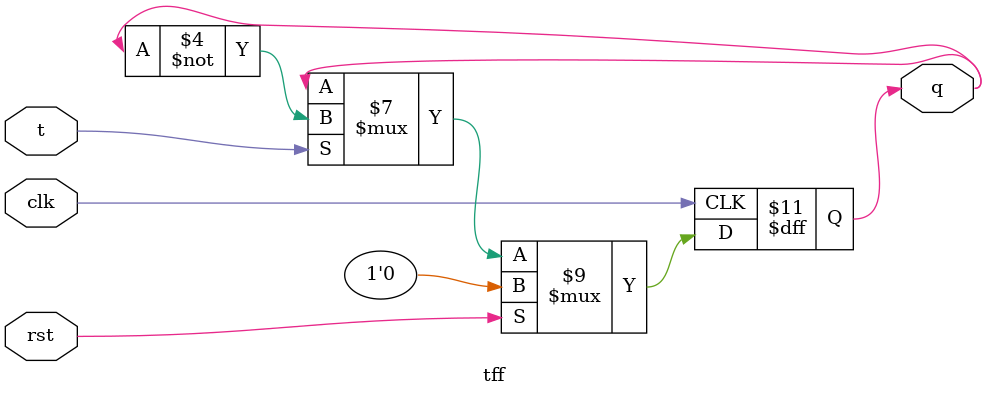
<source format=v>
module tff (
    input  t, clk, rst,
    output reg q
);

always @(posedge clk) begin
	
    if (rst==0)
	    if(t==0)
        q <= q;
    else 
        q <= ~q;
	else
		q<=0;

end
endmodule

</source>
